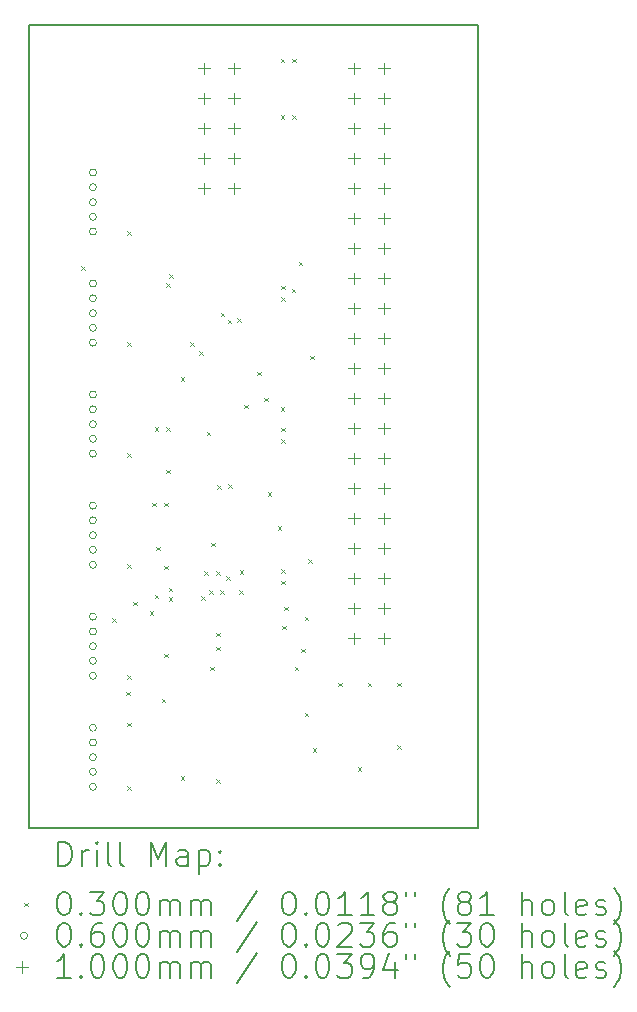
<source format=gbr>
%TF.GenerationSoftware,KiCad,Pcbnew,8.0.7*%
%TF.CreationDate,2025-01-18T12:10:52-08:00*%
%TF.ProjectId,plex-loader,706c6578-2d6c-46f6-9164-65722e6b6963,rev?*%
%TF.SameCoordinates,Original*%
%TF.FileFunction,Drillmap*%
%TF.FilePolarity,Positive*%
%FSLAX45Y45*%
G04 Gerber Fmt 4.5, Leading zero omitted, Abs format (unit mm)*
G04 Created by KiCad (PCBNEW 8.0.7) date 2025-01-18 12:10:52*
%MOMM*%
%LPD*%
G01*
G04 APERTURE LIST*
%ADD10C,0.200000*%
%ADD11C,0.100000*%
G04 APERTURE END LIST*
D10*
X5000000Y-5000000D02*
X8805040Y-5000000D01*
X8805040Y-11797540D01*
X5000000Y-11797540D01*
X5000000Y-5000000D01*
D11*
X5445000Y-7045000D02*
X5475000Y-7075000D01*
X5475000Y-7045000D02*
X5445000Y-7075000D01*
X5705000Y-10025000D02*
X5735000Y-10055000D01*
X5735000Y-10025000D02*
X5705000Y-10055000D01*
X5825000Y-10645000D02*
X5855000Y-10675000D01*
X5855000Y-10645000D02*
X5825000Y-10675000D01*
X5835000Y-6747375D02*
X5865000Y-6777375D01*
X5865000Y-6747375D02*
X5835000Y-6777375D01*
X5835000Y-7687375D02*
X5865000Y-7717375D01*
X5865000Y-7687375D02*
X5835000Y-7717375D01*
X5835000Y-8627375D02*
X5865000Y-8657375D01*
X5865000Y-8627375D02*
X5835000Y-8657375D01*
X5835000Y-9567375D02*
X5865000Y-9597375D01*
X5865000Y-9567375D02*
X5835000Y-9597375D01*
X5835000Y-10507375D02*
X5865000Y-10537375D01*
X5865000Y-10507375D02*
X5835000Y-10537375D01*
X5835000Y-10909875D02*
X5865000Y-10939875D01*
X5865000Y-10909875D02*
X5835000Y-10939875D01*
X5835000Y-11447375D02*
X5865000Y-11477375D01*
X5865000Y-11447375D02*
X5835000Y-11477375D01*
X5885585Y-9883428D02*
X5915585Y-9913428D01*
X5915585Y-9883428D02*
X5885585Y-9913428D01*
X6025000Y-9965000D02*
X6055000Y-9995000D01*
X6055000Y-9965000D02*
X6025000Y-9995000D01*
X6045000Y-9045000D02*
X6075000Y-9075000D01*
X6075000Y-9045000D02*
X6045000Y-9075000D01*
X6065000Y-8405000D02*
X6095000Y-8435000D01*
X6095000Y-8405000D02*
X6065000Y-8435000D01*
X6065000Y-9823428D02*
X6095000Y-9853428D01*
X6095000Y-9823428D02*
X6065000Y-9853428D01*
X6079309Y-9419309D02*
X6109309Y-9449309D01*
X6109309Y-9419309D02*
X6079309Y-9449309D01*
X6125000Y-10705000D02*
X6155000Y-10735000D01*
X6155000Y-10705000D02*
X6125000Y-10735000D01*
X6145000Y-9045000D02*
X6175000Y-9075000D01*
X6175000Y-9045000D02*
X6145000Y-9075000D01*
X6145000Y-9579893D02*
X6175000Y-9609893D01*
X6175000Y-9579893D02*
X6145000Y-9609893D01*
X6145000Y-10325000D02*
X6175000Y-10355000D01*
X6175000Y-10325000D02*
X6145000Y-10355000D01*
X6165000Y-7185000D02*
X6195000Y-7215000D01*
X6195000Y-7185000D02*
X6165000Y-7215000D01*
X6165000Y-8405000D02*
X6195000Y-8435000D01*
X6195000Y-8405000D02*
X6165000Y-8435000D01*
X6165000Y-8765000D02*
X6195000Y-8795000D01*
X6195000Y-8765000D02*
X6165000Y-8795000D01*
X6185000Y-9765000D02*
X6215000Y-9795000D01*
X6215000Y-9765000D02*
X6185000Y-9795000D01*
X6185000Y-9845000D02*
X6215000Y-9875000D01*
X6215000Y-9845000D02*
X6185000Y-9875000D01*
X6190298Y-7109105D02*
X6220298Y-7139105D01*
X6220298Y-7109105D02*
X6190298Y-7139105D01*
X6285000Y-7985000D02*
X6315000Y-8015000D01*
X6315000Y-7985000D02*
X6285000Y-8015000D01*
X6288500Y-11362500D02*
X6318500Y-11392500D01*
X6318500Y-11362500D02*
X6288500Y-11392500D01*
X6365000Y-7685000D02*
X6395000Y-7715000D01*
X6395000Y-7685000D02*
X6365000Y-7715000D01*
X6445000Y-7765000D02*
X6475000Y-7795000D01*
X6475000Y-7765000D02*
X6445000Y-7795000D01*
X6459748Y-9837500D02*
X6489748Y-9867500D01*
X6489748Y-9837500D02*
X6459748Y-9867500D01*
X6485000Y-9625000D02*
X6515000Y-9655000D01*
X6515000Y-9625000D02*
X6485000Y-9655000D01*
X6505000Y-8445000D02*
X6535000Y-8475000D01*
X6535000Y-8445000D02*
X6505000Y-8475000D01*
X6527000Y-9785000D02*
X6557000Y-9815000D01*
X6557000Y-9785000D02*
X6527000Y-9815000D01*
X6535000Y-10435000D02*
X6565000Y-10465000D01*
X6565000Y-10435000D02*
X6535000Y-10465000D01*
X6545000Y-9385000D02*
X6575000Y-9415000D01*
X6575000Y-9385000D02*
X6545000Y-9415000D01*
X6585000Y-9625000D02*
X6615000Y-9655000D01*
X6615000Y-9625000D02*
X6585000Y-9655000D01*
X6585000Y-10145000D02*
X6615000Y-10175000D01*
X6615000Y-10145000D02*
X6585000Y-10175000D01*
X6585000Y-10265000D02*
X6615000Y-10295000D01*
X6615000Y-10265000D02*
X6585000Y-10295000D01*
X6588500Y-11385000D02*
X6618500Y-11415000D01*
X6618500Y-11385000D02*
X6588500Y-11415000D01*
X6597353Y-8897500D02*
X6627353Y-8927500D01*
X6627353Y-8897500D02*
X6597353Y-8927500D01*
X6623000Y-9785000D02*
X6653000Y-9815000D01*
X6653000Y-9785000D02*
X6623000Y-9815000D01*
X6624794Y-7437500D02*
X6654794Y-7467500D01*
X6654794Y-7437500D02*
X6624794Y-7467500D01*
X6673100Y-9668247D02*
X6703100Y-9698247D01*
X6703100Y-9668247D02*
X6673100Y-9698247D01*
X6685000Y-7497500D02*
X6715000Y-7527500D01*
X6715000Y-7497500D02*
X6685000Y-7527500D01*
X6689853Y-8889853D02*
X6719853Y-8919853D01*
X6719853Y-8889853D02*
X6689853Y-8919853D01*
X6765000Y-7485000D02*
X6795000Y-7515000D01*
X6795000Y-7485000D02*
X6765000Y-7515000D01*
X6782500Y-9785000D02*
X6812500Y-9815000D01*
X6812500Y-9785000D02*
X6782500Y-9815000D01*
X6785000Y-9619088D02*
X6815000Y-9649088D01*
X6815000Y-9619088D02*
X6785000Y-9649088D01*
X6825000Y-8217426D02*
X6855000Y-8247426D01*
X6855000Y-8217426D02*
X6825000Y-8247426D01*
X6935000Y-7935000D02*
X6965000Y-7965000D01*
X6965000Y-7935000D02*
X6935000Y-7965000D01*
X6995000Y-8157927D02*
X7025000Y-8187927D01*
X7025000Y-8157927D02*
X6995000Y-8187927D01*
X7022220Y-8957500D02*
X7052220Y-8987500D01*
X7052220Y-8957500D02*
X7022220Y-8987500D01*
X7107073Y-9245000D02*
X7137073Y-9275000D01*
X7137073Y-9245000D02*
X7107073Y-9275000D01*
X7135000Y-5285000D02*
X7165000Y-5315000D01*
X7165000Y-5285000D02*
X7135000Y-5315000D01*
X7135000Y-5765000D02*
X7165000Y-5795000D01*
X7165000Y-5765000D02*
X7135000Y-5795000D01*
X7135000Y-8235000D02*
X7165000Y-8265000D01*
X7165000Y-8235000D02*
X7135000Y-8265000D01*
X7139720Y-7209500D02*
X7169720Y-7239500D01*
X7169720Y-7209500D02*
X7139720Y-7239500D01*
X7139720Y-7305500D02*
X7169720Y-7335500D01*
X7169720Y-7305500D02*
X7139720Y-7335500D01*
X7139720Y-8411630D02*
X7169720Y-8441630D01*
X7169720Y-8411630D02*
X7139720Y-8441630D01*
X7139720Y-8507630D02*
X7169720Y-8537630D01*
X7169720Y-8507630D02*
X7139720Y-8537630D01*
X7139720Y-9609500D02*
X7169720Y-9639500D01*
X7169720Y-9609500D02*
X7139720Y-9639500D01*
X7139720Y-9705500D02*
X7169720Y-9735500D01*
X7169720Y-9705500D02*
X7139720Y-9735500D01*
X7145000Y-10085000D02*
X7175000Y-10115000D01*
X7175000Y-10085000D02*
X7145000Y-10115000D01*
X7165000Y-9925000D02*
X7195000Y-9955000D01*
X7195000Y-9925000D02*
X7165000Y-9955000D01*
X7225000Y-7235000D02*
X7255000Y-7265000D01*
X7255000Y-7235000D02*
X7225000Y-7265000D01*
X7229996Y-5285000D02*
X7259996Y-5315000D01*
X7259996Y-5285000D02*
X7229996Y-5315000D01*
X7229996Y-5765000D02*
X7259996Y-5795000D01*
X7259996Y-5765000D02*
X7229996Y-5795000D01*
X7250147Y-10435000D02*
X7280147Y-10465000D01*
X7280147Y-10435000D02*
X7250147Y-10465000D01*
X7285000Y-7005000D02*
X7315000Y-7035000D01*
X7315000Y-7005000D02*
X7285000Y-7035000D01*
X7305000Y-10280147D02*
X7335000Y-10310147D01*
X7335000Y-10280147D02*
X7305000Y-10310147D01*
X7335000Y-10012500D02*
X7365000Y-10042500D01*
X7365000Y-10012500D02*
X7335000Y-10042500D01*
X7335000Y-10822500D02*
X7365000Y-10852500D01*
X7365000Y-10822500D02*
X7335000Y-10852500D01*
X7365000Y-9525000D02*
X7395000Y-9555000D01*
X7395000Y-9525000D02*
X7365000Y-9555000D01*
X7385000Y-7800000D02*
X7415000Y-7830000D01*
X7415000Y-7800000D02*
X7385000Y-7830000D01*
X7405000Y-11125000D02*
X7435000Y-11155000D01*
X7435000Y-11125000D02*
X7405000Y-11155000D01*
X7618150Y-10570000D02*
X7648150Y-10600000D01*
X7648150Y-10570000D02*
X7618150Y-10600000D01*
X7785000Y-11285000D02*
X7815000Y-11315000D01*
X7815000Y-11285000D02*
X7785000Y-11315000D01*
X7868150Y-10570000D02*
X7898150Y-10600000D01*
X7898150Y-10570000D02*
X7868150Y-10600000D01*
X8118150Y-10570000D02*
X8148150Y-10600000D01*
X8148150Y-10570000D02*
X8118150Y-10600000D01*
X8118150Y-11098250D02*
X8148150Y-11128250D01*
X8148150Y-11098250D02*
X8118150Y-11128250D01*
X5573250Y-6250000D02*
G75*
G02*
X5513250Y-6250000I-30000J0D01*
G01*
X5513250Y-6250000D02*
G75*
G02*
X5573250Y-6250000I30000J0D01*
G01*
X5573250Y-6375000D02*
G75*
G02*
X5513250Y-6375000I-30000J0D01*
G01*
X5513250Y-6375000D02*
G75*
G02*
X5573250Y-6375000I30000J0D01*
G01*
X5573250Y-6500000D02*
G75*
G02*
X5513250Y-6500000I-30000J0D01*
G01*
X5513250Y-6500000D02*
G75*
G02*
X5573250Y-6500000I30000J0D01*
G01*
X5573250Y-6625000D02*
G75*
G02*
X5513250Y-6625000I-30000J0D01*
G01*
X5513250Y-6625000D02*
G75*
G02*
X5573250Y-6625000I30000J0D01*
G01*
X5573250Y-6750000D02*
G75*
G02*
X5513250Y-6750000I-30000J0D01*
G01*
X5513250Y-6750000D02*
G75*
G02*
X5573250Y-6750000I30000J0D01*
G01*
X5573250Y-7190000D02*
G75*
G02*
X5513250Y-7190000I-30000J0D01*
G01*
X5513250Y-7190000D02*
G75*
G02*
X5573250Y-7190000I30000J0D01*
G01*
X5573250Y-7315000D02*
G75*
G02*
X5513250Y-7315000I-30000J0D01*
G01*
X5513250Y-7315000D02*
G75*
G02*
X5573250Y-7315000I30000J0D01*
G01*
X5573250Y-7440000D02*
G75*
G02*
X5513250Y-7440000I-30000J0D01*
G01*
X5513250Y-7440000D02*
G75*
G02*
X5573250Y-7440000I30000J0D01*
G01*
X5573250Y-7565000D02*
G75*
G02*
X5513250Y-7565000I-30000J0D01*
G01*
X5513250Y-7565000D02*
G75*
G02*
X5573250Y-7565000I30000J0D01*
G01*
X5573250Y-7690000D02*
G75*
G02*
X5513250Y-7690000I-30000J0D01*
G01*
X5513250Y-7690000D02*
G75*
G02*
X5573250Y-7690000I30000J0D01*
G01*
X5573250Y-8130000D02*
G75*
G02*
X5513250Y-8130000I-30000J0D01*
G01*
X5513250Y-8130000D02*
G75*
G02*
X5573250Y-8130000I30000J0D01*
G01*
X5573250Y-8255000D02*
G75*
G02*
X5513250Y-8255000I-30000J0D01*
G01*
X5513250Y-8255000D02*
G75*
G02*
X5573250Y-8255000I30000J0D01*
G01*
X5573250Y-8380000D02*
G75*
G02*
X5513250Y-8380000I-30000J0D01*
G01*
X5513250Y-8380000D02*
G75*
G02*
X5573250Y-8380000I30000J0D01*
G01*
X5573250Y-8505000D02*
G75*
G02*
X5513250Y-8505000I-30000J0D01*
G01*
X5513250Y-8505000D02*
G75*
G02*
X5573250Y-8505000I30000J0D01*
G01*
X5573250Y-8630000D02*
G75*
G02*
X5513250Y-8630000I-30000J0D01*
G01*
X5513250Y-8630000D02*
G75*
G02*
X5573250Y-8630000I30000J0D01*
G01*
X5573250Y-9070000D02*
G75*
G02*
X5513250Y-9070000I-30000J0D01*
G01*
X5513250Y-9070000D02*
G75*
G02*
X5573250Y-9070000I30000J0D01*
G01*
X5573250Y-9195000D02*
G75*
G02*
X5513250Y-9195000I-30000J0D01*
G01*
X5513250Y-9195000D02*
G75*
G02*
X5573250Y-9195000I30000J0D01*
G01*
X5573250Y-9320000D02*
G75*
G02*
X5513250Y-9320000I-30000J0D01*
G01*
X5513250Y-9320000D02*
G75*
G02*
X5573250Y-9320000I30000J0D01*
G01*
X5573250Y-9445000D02*
G75*
G02*
X5513250Y-9445000I-30000J0D01*
G01*
X5513250Y-9445000D02*
G75*
G02*
X5573250Y-9445000I30000J0D01*
G01*
X5573250Y-9570000D02*
G75*
G02*
X5513250Y-9570000I-30000J0D01*
G01*
X5513250Y-9570000D02*
G75*
G02*
X5573250Y-9570000I30000J0D01*
G01*
X5573250Y-10010000D02*
G75*
G02*
X5513250Y-10010000I-30000J0D01*
G01*
X5513250Y-10010000D02*
G75*
G02*
X5573250Y-10010000I30000J0D01*
G01*
X5573250Y-10135000D02*
G75*
G02*
X5513250Y-10135000I-30000J0D01*
G01*
X5513250Y-10135000D02*
G75*
G02*
X5573250Y-10135000I30000J0D01*
G01*
X5573250Y-10260000D02*
G75*
G02*
X5513250Y-10260000I-30000J0D01*
G01*
X5513250Y-10260000D02*
G75*
G02*
X5573250Y-10260000I30000J0D01*
G01*
X5573250Y-10385000D02*
G75*
G02*
X5513250Y-10385000I-30000J0D01*
G01*
X5513250Y-10385000D02*
G75*
G02*
X5573250Y-10385000I30000J0D01*
G01*
X5573250Y-10510000D02*
G75*
G02*
X5513250Y-10510000I-30000J0D01*
G01*
X5513250Y-10510000D02*
G75*
G02*
X5573250Y-10510000I30000J0D01*
G01*
X5573250Y-10950000D02*
G75*
G02*
X5513250Y-10950000I-30000J0D01*
G01*
X5513250Y-10950000D02*
G75*
G02*
X5573250Y-10950000I30000J0D01*
G01*
X5573250Y-11075000D02*
G75*
G02*
X5513250Y-11075000I-30000J0D01*
G01*
X5513250Y-11075000D02*
G75*
G02*
X5573250Y-11075000I30000J0D01*
G01*
X5573250Y-11200000D02*
G75*
G02*
X5513250Y-11200000I-30000J0D01*
G01*
X5513250Y-11200000D02*
G75*
G02*
X5573250Y-11200000I30000J0D01*
G01*
X5573250Y-11325000D02*
G75*
G02*
X5513250Y-11325000I-30000J0D01*
G01*
X5513250Y-11325000D02*
G75*
G02*
X5573250Y-11325000I30000J0D01*
G01*
X5573250Y-11450000D02*
G75*
G02*
X5513250Y-11450000I-30000J0D01*
G01*
X5513250Y-11450000D02*
G75*
G02*
X5573250Y-11450000I30000J0D01*
G01*
X6485900Y-5318300D02*
X6485900Y-5418300D01*
X6435900Y-5368300D02*
X6535900Y-5368300D01*
X6485900Y-5572300D02*
X6485900Y-5672300D01*
X6435900Y-5622300D02*
X6535900Y-5622300D01*
X6485900Y-5826300D02*
X6485900Y-5926300D01*
X6435900Y-5876300D02*
X6535900Y-5876300D01*
X6485900Y-6080300D02*
X6485900Y-6180300D01*
X6435900Y-6130300D02*
X6535900Y-6130300D01*
X6485900Y-6334300D02*
X6485900Y-6434300D01*
X6435900Y-6384300D02*
X6535900Y-6384300D01*
X6739900Y-5318300D02*
X6739900Y-5418300D01*
X6689900Y-5368300D02*
X6789900Y-5368300D01*
X6739900Y-5572300D02*
X6739900Y-5672300D01*
X6689900Y-5622300D02*
X6789900Y-5622300D01*
X6739900Y-5826300D02*
X6739900Y-5926300D01*
X6689900Y-5876300D02*
X6789900Y-5876300D01*
X6739900Y-6080300D02*
X6739900Y-6180300D01*
X6689900Y-6130300D02*
X6789900Y-6130300D01*
X6739900Y-6334300D02*
X6739900Y-6434300D01*
X6689900Y-6384300D02*
X6789900Y-6384300D01*
X7755900Y-5318300D02*
X7755900Y-5418300D01*
X7705900Y-5368300D02*
X7805900Y-5368300D01*
X7755900Y-5572300D02*
X7755900Y-5672300D01*
X7705900Y-5622300D02*
X7805900Y-5622300D01*
X7755900Y-5826300D02*
X7755900Y-5926300D01*
X7705900Y-5876300D02*
X7805900Y-5876300D01*
X7755900Y-6080300D02*
X7755900Y-6180300D01*
X7705900Y-6130300D02*
X7805900Y-6130300D01*
X7755900Y-6334300D02*
X7755900Y-6434300D01*
X7705900Y-6384300D02*
X7805900Y-6384300D01*
X7755900Y-6588300D02*
X7755900Y-6688300D01*
X7705900Y-6638300D02*
X7805900Y-6638300D01*
X7755900Y-6842300D02*
X7755900Y-6942300D01*
X7705900Y-6892300D02*
X7805900Y-6892300D01*
X7755900Y-7096300D02*
X7755900Y-7196300D01*
X7705900Y-7146300D02*
X7805900Y-7146300D01*
X7755900Y-7350300D02*
X7755900Y-7450300D01*
X7705900Y-7400300D02*
X7805900Y-7400300D01*
X7755900Y-7604300D02*
X7755900Y-7704300D01*
X7705900Y-7654300D02*
X7805900Y-7654300D01*
X7755900Y-7858300D02*
X7755900Y-7958300D01*
X7705900Y-7908300D02*
X7805900Y-7908300D01*
X7755900Y-8112300D02*
X7755900Y-8212300D01*
X7705900Y-8162300D02*
X7805900Y-8162300D01*
X7755900Y-8366300D02*
X7755900Y-8466300D01*
X7705900Y-8416300D02*
X7805900Y-8416300D01*
X7755900Y-8620300D02*
X7755900Y-8720300D01*
X7705900Y-8670300D02*
X7805900Y-8670300D01*
X7755900Y-8874300D02*
X7755900Y-8974300D01*
X7705900Y-8924300D02*
X7805900Y-8924300D01*
X7755900Y-9128300D02*
X7755900Y-9228300D01*
X7705900Y-9178300D02*
X7805900Y-9178300D01*
X7755900Y-9382300D02*
X7755900Y-9482300D01*
X7705900Y-9432300D02*
X7805900Y-9432300D01*
X7755900Y-9636300D02*
X7755900Y-9736300D01*
X7705900Y-9686300D02*
X7805900Y-9686300D01*
X7755900Y-9890300D02*
X7755900Y-9990300D01*
X7705900Y-9940300D02*
X7805900Y-9940300D01*
X7755900Y-10144300D02*
X7755900Y-10244300D01*
X7705900Y-10194300D02*
X7805900Y-10194300D01*
X8009900Y-5318300D02*
X8009900Y-5418300D01*
X7959900Y-5368300D02*
X8059900Y-5368300D01*
X8009900Y-5572300D02*
X8009900Y-5672300D01*
X7959900Y-5622300D02*
X8059900Y-5622300D01*
X8009900Y-5826300D02*
X8009900Y-5926300D01*
X7959900Y-5876300D02*
X8059900Y-5876300D01*
X8009900Y-6080300D02*
X8009900Y-6180300D01*
X7959900Y-6130300D02*
X8059900Y-6130300D01*
X8009900Y-6334300D02*
X8009900Y-6434300D01*
X7959900Y-6384300D02*
X8059900Y-6384300D01*
X8009900Y-6588300D02*
X8009900Y-6688300D01*
X7959900Y-6638300D02*
X8059900Y-6638300D01*
X8009900Y-6842300D02*
X8009900Y-6942300D01*
X7959900Y-6892300D02*
X8059900Y-6892300D01*
X8009900Y-7096300D02*
X8009900Y-7196300D01*
X7959900Y-7146300D02*
X8059900Y-7146300D01*
X8009900Y-7350300D02*
X8009900Y-7450300D01*
X7959900Y-7400300D02*
X8059900Y-7400300D01*
X8009900Y-7604300D02*
X8009900Y-7704300D01*
X7959900Y-7654300D02*
X8059900Y-7654300D01*
X8009900Y-7858300D02*
X8009900Y-7958300D01*
X7959900Y-7908300D02*
X8059900Y-7908300D01*
X8009900Y-8112300D02*
X8009900Y-8212300D01*
X7959900Y-8162300D02*
X8059900Y-8162300D01*
X8009900Y-8366300D02*
X8009900Y-8466300D01*
X7959900Y-8416300D02*
X8059900Y-8416300D01*
X8009900Y-8620300D02*
X8009900Y-8720300D01*
X7959900Y-8670300D02*
X8059900Y-8670300D01*
X8009900Y-8874300D02*
X8009900Y-8974300D01*
X7959900Y-8924300D02*
X8059900Y-8924300D01*
X8009900Y-9128300D02*
X8009900Y-9228300D01*
X7959900Y-9178300D02*
X8059900Y-9178300D01*
X8009900Y-9382300D02*
X8009900Y-9482300D01*
X7959900Y-9432300D02*
X8059900Y-9432300D01*
X8009900Y-9636300D02*
X8009900Y-9736300D01*
X7959900Y-9686300D02*
X8059900Y-9686300D01*
X8009900Y-9890300D02*
X8009900Y-9990300D01*
X7959900Y-9940300D02*
X8059900Y-9940300D01*
X8009900Y-10144300D02*
X8009900Y-10244300D01*
X7959900Y-10194300D02*
X8059900Y-10194300D01*
D10*
X5250777Y-12119024D02*
X5250777Y-11919024D01*
X5250777Y-11919024D02*
X5298396Y-11919024D01*
X5298396Y-11919024D02*
X5326967Y-11928548D01*
X5326967Y-11928548D02*
X5346015Y-11947595D01*
X5346015Y-11947595D02*
X5355539Y-11966643D01*
X5355539Y-11966643D02*
X5365063Y-12004738D01*
X5365063Y-12004738D02*
X5365063Y-12033309D01*
X5365063Y-12033309D02*
X5355539Y-12071405D01*
X5355539Y-12071405D02*
X5346015Y-12090452D01*
X5346015Y-12090452D02*
X5326967Y-12109500D01*
X5326967Y-12109500D02*
X5298396Y-12119024D01*
X5298396Y-12119024D02*
X5250777Y-12119024D01*
X5450777Y-12119024D02*
X5450777Y-11985690D01*
X5450777Y-12023786D02*
X5460301Y-12004738D01*
X5460301Y-12004738D02*
X5469824Y-11995214D01*
X5469824Y-11995214D02*
X5488872Y-11985690D01*
X5488872Y-11985690D02*
X5507920Y-11985690D01*
X5574586Y-12119024D02*
X5574586Y-11985690D01*
X5574586Y-11919024D02*
X5565063Y-11928548D01*
X5565063Y-11928548D02*
X5574586Y-11938071D01*
X5574586Y-11938071D02*
X5584110Y-11928548D01*
X5584110Y-11928548D02*
X5574586Y-11919024D01*
X5574586Y-11919024D02*
X5574586Y-11938071D01*
X5698396Y-12119024D02*
X5679348Y-12109500D01*
X5679348Y-12109500D02*
X5669824Y-12090452D01*
X5669824Y-12090452D02*
X5669824Y-11919024D01*
X5803158Y-12119024D02*
X5784110Y-12109500D01*
X5784110Y-12109500D02*
X5774586Y-12090452D01*
X5774586Y-12090452D02*
X5774586Y-11919024D01*
X6031729Y-12119024D02*
X6031729Y-11919024D01*
X6031729Y-11919024D02*
X6098396Y-12061881D01*
X6098396Y-12061881D02*
X6165062Y-11919024D01*
X6165062Y-11919024D02*
X6165062Y-12119024D01*
X6346015Y-12119024D02*
X6346015Y-12014262D01*
X6346015Y-12014262D02*
X6336491Y-11995214D01*
X6336491Y-11995214D02*
X6317443Y-11985690D01*
X6317443Y-11985690D02*
X6279348Y-11985690D01*
X6279348Y-11985690D02*
X6260301Y-11995214D01*
X6346015Y-12109500D02*
X6326967Y-12119024D01*
X6326967Y-12119024D02*
X6279348Y-12119024D01*
X6279348Y-12119024D02*
X6260301Y-12109500D01*
X6260301Y-12109500D02*
X6250777Y-12090452D01*
X6250777Y-12090452D02*
X6250777Y-12071405D01*
X6250777Y-12071405D02*
X6260301Y-12052357D01*
X6260301Y-12052357D02*
X6279348Y-12042833D01*
X6279348Y-12042833D02*
X6326967Y-12042833D01*
X6326967Y-12042833D02*
X6346015Y-12033309D01*
X6441253Y-11985690D02*
X6441253Y-12185690D01*
X6441253Y-11995214D02*
X6460301Y-11985690D01*
X6460301Y-11985690D02*
X6498396Y-11985690D01*
X6498396Y-11985690D02*
X6517443Y-11995214D01*
X6517443Y-11995214D02*
X6526967Y-12004738D01*
X6526967Y-12004738D02*
X6536491Y-12023786D01*
X6536491Y-12023786D02*
X6536491Y-12080928D01*
X6536491Y-12080928D02*
X6526967Y-12099976D01*
X6526967Y-12099976D02*
X6517443Y-12109500D01*
X6517443Y-12109500D02*
X6498396Y-12119024D01*
X6498396Y-12119024D02*
X6460301Y-12119024D01*
X6460301Y-12119024D02*
X6441253Y-12109500D01*
X6622205Y-12099976D02*
X6631729Y-12109500D01*
X6631729Y-12109500D02*
X6622205Y-12119024D01*
X6622205Y-12119024D02*
X6612682Y-12109500D01*
X6612682Y-12109500D02*
X6622205Y-12099976D01*
X6622205Y-12099976D02*
X6622205Y-12119024D01*
X6622205Y-11995214D02*
X6631729Y-12004738D01*
X6631729Y-12004738D02*
X6622205Y-12014262D01*
X6622205Y-12014262D02*
X6612682Y-12004738D01*
X6612682Y-12004738D02*
X6622205Y-11995214D01*
X6622205Y-11995214D02*
X6622205Y-12014262D01*
D11*
X4960000Y-12432540D02*
X4990000Y-12462540D01*
X4990000Y-12432540D02*
X4960000Y-12462540D01*
D10*
X5288872Y-12339024D02*
X5307920Y-12339024D01*
X5307920Y-12339024D02*
X5326967Y-12348548D01*
X5326967Y-12348548D02*
X5336491Y-12358071D01*
X5336491Y-12358071D02*
X5346015Y-12377119D01*
X5346015Y-12377119D02*
X5355539Y-12415214D01*
X5355539Y-12415214D02*
X5355539Y-12462833D01*
X5355539Y-12462833D02*
X5346015Y-12500928D01*
X5346015Y-12500928D02*
X5336491Y-12519976D01*
X5336491Y-12519976D02*
X5326967Y-12529500D01*
X5326967Y-12529500D02*
X5307920Y-12539024D01*
X5307920Y-12539024D02*
X5288872Y-12539024D01*
X5288872Y-12539024D02*
X5269824Y-12529500D01*
X5269824Y-12529500D02*
X5260301Y-12519976D01*
X5260301Y-12519976D02*
X5250777Y-12500928D01*
X5250777Y-12500928D02*
X5241253Y-12462833D01*
X5241253Y-12462833D02*
X5241253Y-12415214D01*
X5241253Y-12415214D02*
X5250777Y-12377119D01*
X5250777Y-12377119D02*
X5260301Y-12358071D01*
X5260301Y-12358071D02*
X5269824Y-12348548D01*
X5269824Y-12348548D02*
X5288872Y-12339024D01*
X5441253Y-12519976D02*
X5450777Y-12529500D01*
X5450777Y-12529500D02*
X5441253Y-12539024D01*
X5441253Y-12539024D02*
X5431729Y-12529500D01*
X5431729Y-12529500D02*
X5441253Y-12519976D01*
X5441253Y-12519976D02*
X5441253Y-12539024D01*
X5517444Y-12339024D02*
X5641253Y-12339024D01*
X5641253Y-12339024D02*
X5574586Y-12415214D01*
X5574586Y-12415214D02*
X5603158Y-12415214D01*
X5603158Y-12415214D02*
X5622205Y-12424738D01*
X5622205Y-12424738D02*
X5631729Y-12434262D01*
X5631729Y-12434262D02*
X5641253Y-12453309D01*
X5641253Y-12453309D02*
X5641253Y-12500928D01*
X5641253Y-12500928D02*
X5631729Y-12519976D01*
X5631729Y-12519976D02*
X5622205Y-12529500D01*
X5622205Y-12529500D02*
X5603158Y-12539024D01*
X5603158Y-12539024D02*
X5546015Y-12539024D01*
X5546015Y-12539024D02*
X5526967Y-12529500D01*
X5526967Y-12529500D02*
X5517444Y-12519976D01*
X5765062Y-12339024D02*
X5784110Y-12339024D01*
X5784110Y-12339024D02*
X5803158Y-12348548D01*
X5803158Y-12348548D02*
X5812682Y-12358071D01*
X5812682Y-12358071D02*
X5822205Y-12377119D01*
X5822205Y-12377119D02*
X5831729Y-12415214D01*
X5831729Y-12415214D02*
X5831729Y-12462833D01*
X5831729Y-12462833D02*
X5822205Y-12500928D01*
X5822205Y-12500928D02*
X5812682Y-12519976D01*
X5812682Y-12519976D02*
X5803158Y-12529500D01*
X5803158Y-12529500D02*
X5784110Y-12539024D01*
X5784110Y-12539024D02*
X5765062Y-12539024D01*
X5765062Y-12539024D02*
X5746015Y-12529500D01*
X5746015Y-12529500D02*
X5736491Y-12519976D01*
X5736491Y-12519976D02*
X5726967Y-12500928D01*
X5726967Y-12500928D02*
X5717443Y-12462833D01*
X5717443Y-12462833D02*
X5717443Y-12415214D01*
X5717443Y-12415214D02*
X5726967Y-12377119D01*
X5726967Y-12377119D02*
X5736491Y-12358071D01*
X5736491Y-12358071D02*
X5746015Y-12348548D01*
X5746015Y-12348548D02*
X5765062Y-12339024D01*
X5955539Y-12339024D02*
X5974586Y-12339024D01*
X5974586Y-12339024D02*
X5993634Y-12348548D01*
X5993634Y-12348548D02*
X6003158Y-12358071D01*
X6003158Y-12358071D02*
X6012682Y-12377119D01*
X6012682Y-12377119D02*
X6022205Y-12415214D01*
X6022205Y-12415214D02*
X6022205Y-12462833D01*
X6022205Y-12462833D02*
X6012682Y-12500928D01*
X6012682Y-12500928D02*
X6003158Y-12519976D01*
X6003158Y-12519976D02*
X5993634Y-12529500D01*
X5993634Y-12529500D02*
X5974586Y-12539024D01*
X5974586Y-12539024D02*
X5955539Y-12539024D01*
X5955539Y-12539024D02*
X5936491Y-12529500D01*
X5936491Y-12529500D02*
X5926967Y-12519976D01*
X5926967Y-12519976D02*
X5917443Y-12500928D01*
X5917443Y-12500928D02*
X5907920Y-12462833D01*
X5907920Y-12462833D02*
X5907920Y-12415214D01*
X5907920Y-12415214D02*
X5917443Y-12377119D01*
X5917443Y-12377119D02*
X5926967Y-12358071D01*
X5926967Y-12358071D02*
X5936491Y-12348548D01*
X5936491Y-12348548D02*
X5955539Y-12339024D01*
X6107920Y-12539024D02*
X6107920Y-12405690D01*
X6107920Y-12424738D02*
X6117443Y-12415214D01*
X6117443Y-12415214D02*
X6136491Y-12405690D01*
X6136491Y-12405690D02*
X6165063Y-12405690D01*
X6165063Y-12405690D02*
X6184110Y-12415214D01*
X6184110Y-12415214D02*
X6193634Y-12434262D01*
X6193634Y-12434262D02*
X6193634Y-12539024D01*
X6193634Y-12434262D02*
X6203158Y-12415214D01*
X6203158Y-12415214D02*
X6222205Y-12405690D01*
X6222205Y-12405690D02*
X6250777Y-12405690D01*
X6250777Y-12405690D02*
X6269824Y-12415214D01*
X6269824Y-12415214D02*
X6279348Y-12434262D01*
X6279348Y-12434262D02*
X6279348Y-12539024D01*
X6374586Y-12539024D02*
X6374586Y-12405690D01*
X6374586Y-12424738D02*
X6384110Y-12415214D01*
X6384110Y-12415214D02*
X6403158Y-12405690D01*
X6403158Y-12405690D02*
X6431729Y-12405690D01*
X6431729Y-12405690D02*
X6450777Y-12415214D01*
X6450777Y-12415214D02*
X6460301Y-12434262D01*
X6460301Y-12434262D02*
X6460301Y-12539024D01*
X6460301Y-12434262D02*
X6469824Y-12415214D01*
X6469824Y-12415214D02*
X6488872Y-12405690D01*
X6488872Y-12405690D02*
X6517443Y-12405690D01*
X6517443Y-12405690D02*
X6536491Y-12415214D01*
X6536491Y-12415214D02*
X6546015Y-12434262D01*
X6546015Y-12434262D02*
X6546015Y-12539024D01*
X6936491Y-12329500D02*
X6765063Y-12586643D01*
X7193634Y-12339024D02*
X7212682Y-12339024D01*
X7212682Y-12339024D02*
X7231729Y-12348548D01*
X7231729Y-12348548D02*
X7241253Y-12358071D01*
X7241253Y-12358071D02*
X7250777Y-12377119D01*
X7250777Y-12377119D02*
X7260301Y-12415214D01*
X7260301Y-12415214D02*
X7260301Y-12462833D01*
X7260301Y-12462833D02*
X7250777Y-12500928D01*
X7250777Y-12500928D02*
X7241253Y-12519976D01*
X7241253Y-12519976D02*
X7231729Y-12529500D01*
X7231729Y-12529500D02*
X7212682Y-12539024D01*
X7212682Y-12539024D02*
X7193634Y-12539024D01*
X7193634Y-12539024D02*
X7174586Y-12529500D01*
X7174586Y-12529500D02*
X7165063Y-12519976D01*
X7165063Y-12519976D02*
X7155539Y-12500928D01*
X7155539Y-12500928D02*
X7146015Y-12462833D01*
X7146015Y-12462833D02*
X7146015Y-12415214D01*
X7146015Y-12415214D02*
X7155539Y-12377119D01*
X7155539Y-12377119D02*
X7165063Y-12358071D01*
X7165063Y-12358071D02*
X7174586Y-12348548D01*
X7174586Y-12348548D02*
X7193634Y-12339024D01*
X7346015Y-12519976D02*
X7355539Y-12529500D01*
X7355539Y-12529500D02*
X7346015Y-12539024D01*
X7346015Y-12539024D02*
X7336491Y-12529500D01*
X7336491Y-12529500D02*
X7346015Y-12519976D01*
X7346015Y-12519976D02*
X7346015Y-12539024D01*
X7479348Y-12339024D02*
X7498396Y-12339024D01*
X7498396Y-12339024D02*
X7517444Y-12348548D01*
X7517444Y-12348548D02*
X7526967Y-12358071D01*
X7526967Y-12358071D02*
X7536491Y-12377119D01*
X7536491Y-12377119D02*
X7546015Y-12415214D01*
X7546015Y-12415214D02*
X7546015Y-12462833D01*
X7546015Y-12462833D02*
X7536491Y-12500928D01*
X7536491Y-12500928D02*
X7526967Y-12519976D01*
X7526967Y-12519976D02*
X7517444Y-12529500D01*
X7517444Y-12529500D02*
X7498396Y-12539024D01*
X7498396Y-12539024D02*
X7479348Y-12539024D01*
X7479348Y-12539024D02*
X7460301Y-12529500D01*
X7460301Y-12529500D02*
X7450777Y-12519976D01*
X7450777Y-12519976D02*
X7441253Y-12500928D01*
X7441253Y-12500928D02*
X7431729Y-12462833D01*
X7431729Y-12462833D02*
X7431729Y-12415214D01*
X7431729Y-12415214D02*
X7441253Y-12377119D01*
X7441253Y-12377119D02*
X7450777Y-12358071D01*
X7450777Y-12358071D02*
X7460301Y-12348548D01*
X7460301Y-12348548D02*
X7479348Y-12339024D01*
X7736491Y-12539024D02*
X7622206Y-12539024D01*
X7679348Y-12539024D02*
X7679348Y-12339024D01*
X7679348Y-12339024D02*
X7660301Y-12367595D01*
X7660301Y-12367595D02*
X7641253Y-12386643D01*
X7641253Y-12386643D02*
X7622206Y-12396167D01*
X7926967Y-12539024D02*
X7812682Y-12539024D01*
X7869825Y-12539024D02*
X7869825Y-12339024D01*
X7869825Y-12339024D02*
X7850777Y-12367595D01*
X7850777Y-12367595D02*
X7831729Y-12386643D01*
X7831729Y-12386643D02*
X7812682Y-12396167D01*
X8041253Y-12424738D02*
X8022206Y-12415214D01*
X8022206Y-12415214D02*
X8012682Y-12405690D01*
X8012682Y-12405690D02*
X8003158Y-12386643D01*
X8003158Y-12386643D02*
X8003158Y-12377119D01*
X8003158Y-12377119D02*
X8012682Y-12358071D01*
X8012682Y-12358071D02*
X8022206Y-12348548D01*
X8022206Y-12348548D02*
X8041253Y-12339024D01*
X8041253Y-12339024D02*
X8079348Y-12339024D01*
X8079348Y-12339024D02*
X8098396Y-12348548D01*
X8098396Y-12348548D02*
X8107920Y-12358071D01*
X8107920Y-12358071D02*
X8117444Y-12377119D01*
X8117444Y-12377119D02*
X8117444Y-12386643D01*
X8117444Y-12386643D02*
X8107920Y-12405690D01*
X8107920Y-12405690D02*
X8098396Y-12415214D01*
X8098396Y-12415214D02*
X8079348Y-12424738D01*
X8079348Y-12424738D02*
X8041253Y-12424738D01*
X8041253Y-12424738D02*
X8022206Y-12434262D01*
X8022206Y-12434262D02*
X8012682Y-12443786D01*
X8012682Y-12443786D02*
X8003158Y-12462833D01*
X8003158Y-12462833D02*
X8003158Y-12500928D01*
X8003158Y-12500928D02*
X8012682Y-12519976D01*
X8012682Y-12519976D02*
X8022206Y-12529500D01*
X8022206Y-12529500D02*
X8041253Y-12539024D01*
X8041253Y-12539024D02*
X8079348Y-12539024D01*
X8079348Y-12539024D02*
X8098396Y-12529500D01*
X8098396Y-12529500D02*
X8107920Y-12519976D01*
X8107920Y-12519976D02*
X8117444Y-12500928D01*
X8117444Y-12500928D02*
X8117444Y-12462833D01*
X8117444Y-12462833D02*
X8107920Y-12443786D01*
X8107920Y-12443786D02*
X8098396Y-12434262D01*
X8098396Y-12434262D02*
X8079348Y-12424738D01*
X8193634Y-12339024D02*
X8193634Y-12377119D01*
X8269825Y-12339024D02*
X8269825Y-12377119D01*
X8565063Y-12615214D02*
X8555539Y-12605690D01*
X8555539Y-12605690D02*
X8536491Y-12577119D01*
X8536491Y-12577119D02*
X8526968Y-12558071D01*
X8526968Y-12558071D02*
X8517444Y-12529500D01*
X8517444Y-12529500D02*
X8507920Y-12481881D01*
X8507920Y-12481881D02*
X8507920Y-12443786D01*
X8507920Y-12443786D02*
X8517444Y-12396167D01*
X8517444Y-12396167D02*
X8526968Y-12367595D01*
X8526968Y-12367595D02*
X8536491Y-12348548D01*
X8536491Y-12348548D02*
X8555539Y-12319976D01*
X8555539Y-12319976D02*
X8565063Y-12310452D01*
X8669825Y-12424738D02*
X8650777Y-12415214D01*
X8650777Y-12415214D02*
X8641253Y-12405690D01*
X8641253Y-12405690D02*
X8631730Y-12386643D01*
X8631730Y-12386643D02*
X8631730Y-12377119D01*
X8631730Y-12377119D02*
X8641253Y-12358071D01*
X8641253Y-12358071D02*
X8650777Y-12348548D01*
X8650777Y-12348548D02*
X8669825Y-12339024D01*
X8669825Y-12339024D02*
X8707920Y-12339024D01*
X8707920Y-12339024D02*
X8726968Y-12348548D01*
X8726968Y-12348548D02*
X8736491Y-12358071D01*
X8736491Y-12358071D02*
X8746015Y-12377119D01*
X8746015Y-12377119D02*
X8746015Y-12386643D01*
X8746015Y-12386643D02*
X8736491Y-12405690D01*
X8736491Y-12405690D02*
X8726968Y-12415214D01*
X8726968Y-12415214D02*
X8707920Y-12424738D01*
X8707920Y-12424738D02*
X8669825Y-12424738D01*
X8669825Y-12424738D02*
X8650777Y-12434262D01*
X8650777Y-12434262D02*
X8641253Y-12443786D01*
X8641253Y-12443786D02*
X8631730Y-12462833D01*
X8631730Y-12462833D02*
X8631730Y-12500928D01*
X8631730Y-12500928D02*
X8641253Y-12519976D01*
X8641253Y-12519976D02*
X8650777Y-12529500D01*
X8650777Y-12529500D02*
X8669825Y-12539024D01*
X8669825Y-12539024D02*
X8707920Y-12539024D01*
X8707920Y-12539024D02*
X8726968Y-12529500D01*
X8726968Y-12529500D02*
X8736491Y-12519976D01*
X8736491Y-12519976D02*
X8746015Y-12500928D01*
X8746015Y-12500928D02*
X8746015Y-12462833D01*
X8746015Y-12462833D02*
X8736491Y-12443786D01*
X8736491Y-12443786D02*
X8726968Y-12434262D01*
X8726968Y-12434262D02*
X8707920Y-12424738D01*
X8936491Y-12539024D02*
X8822206Y-12539024D01*
X8879349Y-12539024D02*
X8879349Y-12339024D01*
X8879349Y-12339024D02*
X8860301Y-12367595D01*
X8860301Y-12367595D02*
X8841253Y-12386643D01*
X8841253Y-12386643D02*
X8822206Y-12396167D01*
X9174587Y-12539024D02*
X9174587Y-12339024D01*
X9260301Y-12539024D02*
X9260301Y-12434262D01*
X9260301Y-12434262D02*
X9250777Y-12415214D01*
X9250777Y-12415214D02*
X9231730Y-12405690D01*
X9231730Y-12405690D02*
X9203158Y-12405690D01*
X9203158Y-12405690D02*
X9184111Y-12415214D01*
X9184111Y-12415214D02*
X9174587Y-12424738D01*
X9384111Y-12539024D02*
X9365063Y-12529500D01*
X9365063Y-12529500D02*
X9355539Y-12519976D01*
X9355539Y-12519976D02*
X9346015Y-12500928D01*
X9346015Y-12500928D02*
X9346015Y-12443786D01*
X9346015Y-12443786D02*
X9355539Y-12424738D01*
X9355539Y-12424738D02*
X9365063Y-12415214D01*
X9365063Y-12415214D02*
X9384111Y-12405690D01*
X9384111Y-12405690D02*
X9412682Y-12405690D01*
X9412682Y-12405690D02*
X9431730Y-12415214D01*
X9431730Y-12415214D02*
X9441253Y-12424738D01*
X9441253Y-12424738D02*
X9450777Y-12443786D01*
X9450777Y-12443786D02*
X9450777Y-12500928D01*
X9450777Y-12500928D02*
X9441253Y-12519976D01*
X9441253Y-12519976D02*
X9431730Y-12529500D01*
X9431730Y-12529500D02*
X9412682Y-12539024D01*
X9412682Y-12539024D02*
X9384111Y-12539024D01*
X9565063Y-12539024D02*
X9546015Y-12529500D01*
X9546015Y-12529500D02*
X9536492Y-12510452D01*
X9536492Y-12510452D02*
X9536492Y-12339024D01*
X9717444Y-12529500D02*
X9698396Y-12539024D01*
X9698396Y-12539024D02*
X9660301Y-12539024D01*
X9660301Y-12539024D02*
X9641253Y-12529500D01*
X9641253Y-12529500D02*
X9631730Y-12510452D01*
X9631730Y-12510452D02*
X9631730Y-12434262D01*
X9631730Y-12434262D02*
X9641253Y-12415214D01*
X9641253Y-12415214D02*
X9660301Y-12405690D01*
X9660301Y-12405690D02*
X9698396Y-12405690D01*
X9698396Y-12405690D02*
X9717444Y-12415214D01*
X9717444Y-12415214D02*
X9726968Y-12434262D01*
X9726968Y-12434262D02*
X9726968Y-12453309D01*
X9726968Y-12453309D02*
X9631730Y-12472357D01*
X9803158Y-12529500D02*
X9822206Y-12539024D01*
X9822206Y-12539024D02*
X9860301Y-12539024D01*
X9860301Y-12539024D02*
X9879349Y-12529500D01*
X9879349Y-12529500D02*
X9888873Y-12510452D01*
X9888873Y-12510452D02*
X9888873Y-12500928D01*
X9888873Y-12500928D02*
X9879349Y-12481881D01*
X9879349Y-12481881D02*
X9860301Y-12472357D01*
X9860301Y-12472357D02*
X9831730Y-12472357D01*
X9831730Y-12472357D02*
X9812682Y-12462833D01*
X9812682Y-12462833D02*
X9803158Y-12443786D01*
X9803158Y-12443786D02*
X9803158Y-12434262D01*
X9803158Y-12434262D02*
X9812682Y-12415214D01*
X9812682Y-12415214D02*
X9831730Y-12405690D01*
X9831730Y-12405690D02*
X9860301Y-12405690D01*
X9860301Y-12405690D02*
X9879349Y-12415214D01*
X9955539Y-12615214D02*
X9965063Y-12605690D01*
X9965063Y-12605690D02*
X9984111Y-12577119D01*
X9984111Y-12577119D02*
X9993634Y-12558071D01*
X9993634Y-12558071D02*
X10003158Y-12529500D01*
X10003158Y-12529500D02*
X10012682Y-12481881D01*
X10012682Y-12481881D02*
X10012682Y-12443786D01*
X10012682Y-12443786D02*
X10003158Y-12396167D01*
X10003158Y-12396167D02*
X9993634Y-12367595D01*
X9993634Y-12367595D02*
X9984111Y-12348548D01*
X9984111Y-12348548D02*
X9965063Y-12319976D01*
X9965063Y-12319976D02*
X9955539Y-12310452D01*
D11*
X4990000Y-12711540D02*
G75*
G02*
X4930000Y-12711540I-30000J0D01*
G01*
X4930000Y-12711540D02*
G75*
G02*
X4990000Y-12711540I30000J0D01*
G01*
D10*
X5288872Y-12603024D02*
X5307920Y-12603024D01*
X5307920Y-12603024D02*
X5326967Y-12612548D01*
X5326967Y-12612548D02*
X5336491Y-12622071D01*
X5336491Y-12622071D02*
X5346015Y-12641119D01*
X5346015Y-12641119D02*
X5355539Y-12679214D01*
X5355539Y-12679214D02*
X5355539Y-12726833D01*
X5355539Y-12726833D02*
X5346015Y-12764928D01*
X5346015Y-12764928D02*
X5336491Y-12783976D01*
X5336491Y-12783976D02*
X5326967Y-12793500D01*
X5326967Y-12793500D02*
X5307920Y-12803024D01*
X5307920Y-12803024D02*
X5288872Y-12803024D01*
X5288872Y-12803024D02*
X5269824Y-12793500D01*
X5269824Y-12793500D02*
X5260301Y-12783976D01*
X5260301Y-12783976D02*
X5250777Y-12764928D01*
X5250777Y-12764928D02*
X5241253Y-12726833D01*
X5241253Y-12726833D02*
X5241253Y-12679214D01*
X5241253Y-12679214D02*
X5250777Y-12641119D01*
X5250777Y-12641119D02*
X5260301Y-12622071D01*
X5260301Y-12622071D02*
X5269824Y-12612548D01*
X5269824Y-12612548D02*
X5288872Y-12603024D01*
X5441253Y-12783976D02*
X5450777Y-12793500D01*
X5450777Y-12793500D02*
X5441253Y-12803024D01*
X5441253Y-12803024D02*
X5431729Y-12793500D01*
X5431729Y-12793500D02*
X5441253Y-12783976D01*
X5441253Y-12783976D02*
X5441253Y-12803024D01*
X5622205Y-12603024D02*
X5584110Y-12603024D01*
X5584110Y-12603024D02*
X5565063Y-12612548D01*
X5565063Y-12612548D02*
X5555539Y-12622071D01*
X5555539Y-12622071D02*
X5536491Y-12650643D01*
X5536491Y-12650643D02*
X5526967Y-12688738D01*
X5526967Y-12688738D02*
X5526967Y-12764928D01*
X5526967Y-12764928D02*
X5536491Y-12783976D01*
X5536491Y-12783976D02*
X5546015Y-12793500D01*
X5546015Y-12793500D02*
X5565063Y-12803024D01*
X5565063Y-12803024D02*
X5603158Y-12803024D01*
X5603158Y-12803024D02*
X5622205Y-12793500D01*
X5622205Y-12793500D02*
X5631729Y-12783976D01*
X5631729Y-12783976D02*
X5641253Y-12764928D01*
X5641253Y-12764928D02*
X5641253Y-12717309D01*
X5641253Y-12717309D02*
X5631729Y-12698262D01*
X5631729Y-12698262D02*
X5622205Y-12688738D01*
X5622205Y-12688738D02*
X5603158Y-12679214D01*
X5603158Y-12679214D02*
X5565063Y-12679214D01*
X5565063Y-12679214D02*
X5546015Y-12688738D01*
X5546015Y-12688738D02*
X5536491Y-12698262D01*
X5536491Y-12698262D02*
X5526967Y-12717309D01*
X5765062Y-12603024D02*
X5784110Y-12603024D01*
X5784110Y-12603024D02*
X5803158Y-12612548D01*
X5803158Y-12612548D02*
X5812682Y-12622071D01*
X5812682Y-12622071D02*
X5822205Y-12641119D01*
X5822205Y-12641119D02*
X5831729Y-12679214D01*
X5831729Y-12679214D02*
X5831729Y-12726833D01*
X5831729Y-12726833D02*
X5822205Y-12764928D01*
X5822205Y-12764928D02*
X5812682Y-12783976D01*
X5812682Y-12783976D02*
X5803158Y-12793500D01*
X5803158Y-12793500D02*
X5784110Y-12803024D01*
X5784110Y-12803024D02*
X5765062Y-12803024D01*
X5765062Y-12803024D02*
X5746015Y-12793500D01*
X5746015Y-12793500D02*
X5736491Y-12783976D01*
X5736491Y-12783976D02*
X5726967Y-12764928D01*
X5726967Y-12764928D02*
X5717443Y-12726833D01*
X5717443Y-12726833D02*
X5717443Y-12679214D01*
X5717443Y-12679214D02*
X5726967Y-12641119D01*
X5726967Y-12641119D02*
X5736491Y-12622071D01*
X5736491Y-12622071D02*
X5746015Y-12612548D01*
X5746015Y-12612548D02*
X5765062Y-12603024D01*
X5955539Y-12603024D02*
X5974586Y-12603024D01*
X5974586Y-12603024D02*
X5993634Y-12612548D01*
X5993634Y-12612548D02*
X6003158Y-12622071D01*
X6003158Y-12622071D02*
X6012682Y-12641119D01*
X6012682Y-12641119D02*
X6022205Y-12679214D01*
X6022205Y-12679214D02*
X6022205Y-12726833D01*
X6022205Y-12726833D02*
X6012682Y-12764928D01*
X6012682Y-12764928D02*
X6003158Y-12783976D01*
X6003158Y-12783976D02*
X5993634Y-12793500D01*
X5993634Y-12793500D02*
X5974586Y-12803024D01*
X5974586Y-12803024D02*
X5955539Y-12803024D01*
X5955539Y-12803024D02*
X5936491Y-12793500D01*
X5936491Y-12793500D02*
X5926967Y-12783976D01*
X5926967Y-12783976D02*
X5917443Y-12764928D01*
X5917443Y-12764928D02*
X5907920Y-12726833D01*
X5907920Y-12726833D02*
X5907920Y-12679214D01*
X5907920Y-12679214D02*
X5917443Y-12641119D01*
X5917443Y-12641119D02*
X5926967Y-12622071D01*
X5926967Y-12622071D02*
X5936491Y-12612548D01*
X5936491Y-12612548D02*
X5955539Y-12603024D01*
X6107920Y-12803024D02*
X6107920Y-12669690D01*
X6107920Y-12688738D02*
X6117443Y-12679214D01*
X6117443Y-12679214D02*
X6136491Y-12669690D01*
X6136491Y-12669690D02*
X6165063Y-12669690D01*
X6165063Y-12669690D02*
X6184110Y-12679214D01*
X6184110Y-12679214D02*
X6193634Y-12698262D01*
X6193634Y-12698262D02*
X6193634Y-12803024D01*
X6193634Y-12698262D02*
X6203158Y-12679214D01*
X6203158Y-12679214D02*
X6222205Y-12669690D01*
X6222205Y-12669690D02*
X6250777Y-12669690D01*
X6250777Y-12669690D02*
X6269824Y-12679214D01*
X6269824Y-12679214D02*
X6279348Y-12698262D01*
X6279348Y-12698262D02*
X6279348Y-12803024D01*
X6374586Y-12803024D02*
X6374586Y-12669690D01*
X6374586Y-12688738D02*
X6384110Y-12679214D01*
X6384110Y-12679214D02*
X6403158Y-12669690D01*
X6403158Y-12669690D02*
X6431729Y-12669690D01*
X6431729Y-12669690D02*
X6450777Y-12679214D01*
X6450777Y-12679214D02*
X6460301Y-12698262D01*
X6460301Y-12698262D02*
X6460301Y-12803024D01*
X6460301Y-12698262D02*
X6469824Y-12679214D01*
X6469824Y-12679214D02*
X6488872Y-12669690D01*
X6488872Y-12669690D02*
X6517443Y-12669690D01*
X6517443Y-12669690D02*
X6536491Y-12679214D01*
X6536491Y-12679214D02*
X6546015Y-12698262D01*
X6546015Y-12698262D02*
X6546015Y-12803024D01*
X6936491Y-12593500D02*
X6765063Y-12850643D01*
X7193634Y-12603024D02*
X7212682Y-12603024D01*
X7212682Y-12603024D02*
X7231729Y-12612548D01*
X7231729Y-12612548D02*
X7241253Y-12622071D01*
X7241253Y-12622071D02*
X7250777Y-12641119D01*
X7250777Y-12641119D02*
X7260301Y-12679214D01*
X7260301Y-12679214D02*
X7260301Y-12726833D01*
X7260301Y-12726833D02*
X7250777Y-12764928D01*
X7250777Y-12764928D02*
X7241253Y-12783976D01*
X7241253Y-12783976D02*
X7231729Y-12793500D01*
X7231729Y-12793500D02*
X7212682Y-12803024D01*
X7212682Y-12803024D02*
X7193634Y-12803024D01*
X7193634Y-12803024D02*
X7174586Y-12793500D01*
X7174586Y-12793500D02*
X7165063Y-12783976D01*
X7165063Y-12783976D02*
X7155539Y-12764928D01*
X7155539Y-12764928D02*
X7146015Y-12726833D01*
X7146015Y-12726833D02*
X7146015Y-12679214D01*
X7146015Y-12679214D02*
X7155539Y-12641119D01*
X7155539Y-12641119D02*
X7165063Y-12622071D01*
X7165063Y-12622071D02*
X7174586Y-12612548D01*
X7174586Y-12612548D02*
X7193634Y-12603024D01*
X7346015Y-12783976D02*
X7355539Y-12793500D01*
X7355539Y-12793500D02*
X7346015Y-12803024D01*
X7346015Y-12803024D02*
X7336491Y-12793500D01*
X7336491Y-12793500D02*
X7346015Y-12783976D01*
X7346015Y-12783976D02*
X7346015Y-12803024D01*
X7479348Y-12603024D02*
X7498396Y-12603024D01*
X7498396Y-12603024D02*
X7517444Y-12612548D01*
X7517444Y-12612548D02*
X7526967Y-12622071D01*
X7526967Y-12622071D02*
X7536491Y-12641119D01*
X7536491Y-12641119D02*
X7546015Y-12679214D01*
X7546015Y-12679214D02*
X7546015Y-12726833D01*
X7546015Y-12726833D02*
X7536491Y-12764928D01*
X7536491Y-12764928D02*
X7526967Y-12783976D01*
X7526967Y-12783976D02*
X7517444Y-12793500D01*
X7517444Y-12793500D02*
X7498396Y-12803024D01*
X7498396Y-12803024D02*
X7479348Y-12803024D01*
X7479348Y-12803024D02*
X7460301Y-12793500D01*
X7460301Y-12793500D02*
X7450777Y-12783976D01*
X7450777Y-12783976D02*
X7441253Y-12764928D01*
X7441253Y-12764928D02*
X7431729Y-12726833D01*
X7431729Y-12726833D02*
X7431729Y-12679214D01*
X7431729Y-12679214D02*
X7441253Y-12641119D01*
X7441253Y-12641119D02*
X7450777Y-12622071D01*
X7450777Y-12622071D02*
X7460301Y-12612548D01*
X7460301Y-12612548D02*
X7479348Y-12603024D01*
X7622206Y-12622071D02*
X7631729Y-12612548D01*
X7631729Y-12612548D02*
X7650777Y-12603024D01*
X7650777Y-12603024D02*
X7698396Y-12603024D01*
X7698396Y-12603024D02*
X7717444Y-12612548D01*
X7717444Y-12612548D02*
X7726967Y-12622071D01*
X7726967Y-12622071D02*
X7736491Y-12641119D01*
X7736491Y-12641119D02*
X7736491Y-12660167D01*
X7736491Y-12660167D02*
X7726967Y-12688738D01*
X7726967Y-12688738D02*
X7612682Y-12803024D01*
X7612682Y-12803024D02*
X7736491Y-12803024D01*
X7803158Y-12603024D02*
X7926967Y-12603024D01*
X7926967Y-12603024D02*
X7860301Y-12679214D01*
X7860301Y-12679214D02*
X7888872Y-12679214D01*
X7888872Y-12679214D02*
X7907920Y-12688738D01*
X7907920Y-12688738D02*
X7917444Y-12698262D01*
X7917444Y-12698262D02*
X7926967Y-12717309D01*
X7926967Y-12717309D02*
X7926967Y-12764928D01*
X7926967Y-12764928D02*
X7917444Y-12783976D01*
X7917444Y-12783976D02*
X7907920Y-12793500D01*
X7907920Y-12793500D02*
X7888872Y-12803024D01*
X7888872Y-12803024D02*
X7831729Y-12803024D01*
X7831729Y-12803024D02*
X7812682Y-12793500D01*
X7812682Y-12793500D02*
X7803158Y-12783976D01*
X8098396Y-12603024D02*
X8060301Y-12603024D01*
X8060301Y-12603024D02*
X8041253Y-12612548D01*
X8041253Y-12612548D02*
X8031729Y-12622071D01*
X8031729Y-12622071D02*
X8012682Y-12650643D01*
X8012682Y-12650643D02*
X8003158Y-12688738D01*
X8003158Y-12688738D02*
X8003158Y-12764928D01*
X8003158Y-12764928D02*
X8012682Y-12783976D01*
X8012682Y-12783976D02*
X8022206Y-12793500D01*
X8022206Y-12793500D02*
X8041253Y-12803024D01*
X8041253Y-12803024D02*
X8079348Y-12803024D01*
X8079348Y-12803024D02*
X8098396Y-12793500D01*
X8098396Y-12793500D02*
X8107920Y-12783976D01*
X8107920Y-12783976D02*
X8117444Y-12764928D01*
X8117444Y-12764928D02*
X8117444Y-12717309D01*
X8117444Y-12717309D02*
X8107920Y-12698262D01*
X8107920Y-12698262D02*
X8098396Y-12688738D01*
X8098396Y-12688738D02*
X8079348Y-12679214D01*
X8079348Y-12679214D02*
X8041253Y-12679214D01*
X8041253Y-12679214D02*
X8022206Y-12688738D01*
X8022206Y-12688738D02*
X8012682Y-12698262D01*
X8012682Y-12698262D02*
X8003158Y-12717309D01*
X8193634Y-12603024D02*
X8193634Y-12641119D01*
X8269825Y-12603024D02*
X8269825Y-12641119D01*
X8565063Y-12879214D02*
X8555539Y-12869690D01*
X8555539Y-12869690D02*
X8536491Y-12841119D01*
X8536491Y-12841119D02*
X8526968Y-12822071D01*
X8526968Y-12822071D02*
X8517444Y-12793500D01*
X8517444Y-12793500D02*
X8507920Y-12745881D01*
X8507920Y-12745881D02*
X8507920Y-12707786D01*
X8507920Y-12707786D02*
X8517444Y-12660167D01*
X8517444Y-12660167D02*
X8526968Y-12631595D01*
X8526968Y-12631595D02*
X8536491Y-12612548D01*
X8536491Y-12612548D02*
X8555539Y-12583976D01*
X8555539Y-12583976D02*
X8565063Y-12574452D01*
X8622206Y-12603024D02*
X8746015Y-12603024D01*
X8746015Y-12603024D02*
X8679349Y-12679214D01*
X8679349Y-12679214D02*
X8707920Y-12679214D01*
X8707920Y-12679214D02*
X8726968Y-12688738D01*
X8726968Y-12688738D02*
X8736491Y-12698262D01*
X8736491Y-12698262D02*
X8746015Y-12717309D01*
X8746015Y-12717309D02*
X8746015Y-12764928D01*
X8746015Y-12764928D02*
X8736491Y-12783976D01*
X8736491Y-12783976D02*
X8726968Y-12793500D01*
X8726968Y-12793500D02*
X8707920Y-12803024D01*
X8707920Y-12803024D02*
X8650777Y-12803024D01*
X8650777Y-12803024D02*
X8631730Y-12793500D01*
X8631730Y-12793500D02*
X8622206Y-12783976D01*
X8869825Y-12603024D02*
X8888872Y-12603024D01*
X8888872Y-12603024D02*
X8907920Y-12612548D01*
X8907920Y-12612548D02*
X8917444Y-12622071D01*
X8917444Y-12622071D02*
X8926968Y-12641119D01*
X8926968Y-12641119D02*
X8936491Y-12679214D01*
X8936491Y-12679214D02*
X8936491Y-12726833D01*
X8936491Y-12726833D02*
X8926968Y-12764928D01*
X8926968Y-12764928D02*
X8917444Y-12783976D01*
X8917444Y-12783976D02*
X8907920Y-12793500D01*
X8907920Y-12793500D02*
X8888872Y-12803024D01*
X8888872Y-12803024D02*
X8869825Y-12803024D01*
X8869825Y-12803024D02*
X8850777Y-12793500D01*
X8850777Y-12793500D02*
X8841253Y-12783976D01*
X8841253Y-12783976D02*
X8831730Y-12764928D01*
X8831730Y-12764928D02*
X8822206Y-12726833D01*
X8822206Y-12726833D02*
X8822206Y-12679214D01*
X8822206Y-12679214D02*
X8831730Y-12641119D01*
X8831730Y-12641119D02*
X8841253Y-12622071D01*
X8841253Y-12622071D02*
X8850777Y-12612548D01*
X8850777Y-12612548D02*
X8869825Y-12603024D01*
X9174587Y-12803024D02*
X9174587Y-12603024D01*
X9260301Y-12803024D02*
X9260301Y-12698262D01*
X9260301Y-12698262D02*
X9250777Y-12679214D01*
X9250777Y-12679214D02*
X9231730Y-12669690D01*
X9231730Y-12669690D02*
X9203158Y-12669690D01*
X9203158Y-12669690D02*
X9184111Y-12679214D01*
X9184111Y-12679214D02*
X9174587Y-12688738D01*
X9384111Y-12803024D02*
X9365063Y-12793500D01*
X9365063Y-12793500D02*
X9355539Y-12783976D01*
X9355539Y-12783976D02*
X9346015Y-12764928D01*
X9346015Y-12764928D02*
X9346015Y-12707786D01*
X9346015Y-12707786D02*
X9355539Y-12688738D01*
X9355539Y-12688738D02*
X9365063Y-12679214D01*
X9365063Y-12679214D02*
X9384111Y-12669690D01*
X9384111Y-12669690D02*
X9412682Y-12669690D01*
X9412682Y-12669690D02*
X9431730Y-12679214D01*
X9431730Y-12679214D02*
X9441253Y-12688738D01*
X9441253Y-12688738D02*
X9450777Y-12707786D01*
X9450777Y-12707786D02*
X9450777Y-12764928D01*
X9450777Y-12764928D02*
X9441253Y-12783976D01*
X9441253Y-12783976D02*
X9431730Y-12793500D01*
X9431730Y-12793500D02*
X9412682Y-12803024D01*
X9412682Y-12803024D02*
X9384111Y-12803024D01*
X9565063Y-12803024D02*
X9546015Y-12793500D01*
X9546015Y-12793500D02*
X9536492Y-12774452D01*
X9536492Y-12774452D02*
X9536492Y-12603024D01*
X9717444Y-12793500D02*
X9698396Y-12803024D01*
X9698396Y-12803024D02*
X9660301Y-12803024D01*
X9660301Y-12803024D02*
X9641253Y-12793500D01*
X9641253Y-12793500D02*
X9631730Y-12774452D01*
X9631730Y-12774452D02*
X9631730Y-12698262D01*
X9631730Y-12698262D02*
X9641253Y-12679214D01*
X9641253Y-12679214D02*
X9660301Y-12669690D01*
X9660301Y-12669690D02*
X9698396Y-12669690D01*
X9698396Y-12669690D02*
X9717444Y-12679214D01*
X9717444Y-12679214D02*
X9726968Y-12698262D01*
X9726968Y-12698262D02*
X9726968Y-12717309D01*
X9726968Y-12717309D02*
X9631730Y-12736357D01*
X9803158Y-12793500D02*
X9822206Y-12803024D01*
X9822206Y-12803024D02*
X9860301Y-12803024D01*
X9860301Y-12803024D02*
X9879349Y-12793500D01*
X9879349Y-12793500D02*
X9888873Y-12774452D01*
X9888873Y-12774452D02*
X9888873Y-12764928D01*
X9888873Y-12764928D02*
X9879349Y-12745881D01*
X9879349Y-12745881D02*
X9860301Y-12736357D01*
X9860301Y-12736357D02*
X9831730Y-12736357D01*
X9831730Y-12736357D02*
X9812682Y-12726833D01*
X9812682Y-12726833D02*
X9803158Y-12707786D01*
X9803158Y-12707786D02*
X9803158Y-12698262D01*
X9803158Y-12698262D02*
X9812682Y-12679214D01*
X9812682Y-12679214D02*
X9831730Y-12669690D01*
X9831730Y-12669690D02*
X9860301Y-12669690D01*
X9860301Y-12669690D02*
X9879349Y-12679214D01*
X9955539Y-12879214D02*
X9965063Y-12869690D01*
X9965063Y-12869690D02*
X9984111Y-12841119D01*
X9984111Y-12841119D02*
X9993634Y-12822071D01*
X9993634Y-12822071D02*
X10003158Y-12793500D01*
X10003158Y-12793500D02*
X10012682Y-12745881D01*
X10012682Y-12745881D02*
X10012682Y-12707786D01*
X10012682Y-12707786D02*
X10003158Y-12660167D01*
X10003158Y-12660167D02*
X9993634Y-12631595D01*
X9993634Y-12631595D02*
X9984111Y-12612548D01*
X9984111Y-12612548D02*
X9965063Y-12583976D01*
X9965063Y-12583976D02*
X9955539Y-12574452D01*
D11*
X4940000Y-12925540D02*
X4940000Y-13025540D01*
X4890000Y-12975540D02*
X4990000Y-12975540D01*
D10*
X5355539Y-13067024D02*
X5241253Y-13067024D01*
X5298396Y-13067024D02*
X5298396Y-12867024D01*
X5298396Y-12867024D02*
X5279348Y-12895595D01*
X5279348Y-12895595D02*
X5260301Y-12914643D01*
X5260301Y-12914643D02*
X5241253Y-12924167D01*
X5441253Y-13047976D02*
X5450777Y-13057500D01*
X5450777Y-13057500D02*
X5441253Y-13067024D01*
X5441253Y-13067024D02*
X5431729Y-13057500D01*
X5431729Y-13057500D02*
X5441253Y-13047976D01*
X5441253Y-13047976D02*
X5441253Y-13067024D01*
X5574586Y-12867024D02*
X5593634Y-12867024D01*
X5593634Y-12867024D02*
X5612682Y-12876548D01*
X5612682Y-12876548D02*
X5622205Y-12886071D01*
X5622205Y-12886071D02*
X5631729Y-12905119D01*
X5631729Y-12905119D02*
X5641253Y-12943214D01*
X5641253Y-12943214D02*
X5641253Y-12990833D01*
X5641253Y-12990833D02*
X5631729Y-13028928D01*
X5631729Y-13028928D02*
X5622205Y-13047976D01*
X5622205Y-13047976D02*
X5612682Y-13057500D01*
X5612682Y-13057500D02*
X5593634Y-13067024D01*
X5593634Y-13067024D02*
X5574586Y-13067024D01*
X5574586Y-13067024D02*
X5555539Y-13057500D01*
X5555539Y-13057500D02*
X5546015Y-13047976D01*
X5546015Y-13047976D02*
X5536491Y-13028928D01*
X5536491Y-13028928D02*
X5526967Y-12990833D01*
X5526967Y-12990833D02*
X5526967Y-12943214D01*
X5526967Y-12943214D02*
X5536491Y-12905119D01*
X5536491Y-12905119D02*
X5546015Y-12886071D01*
X5546015Y-12886071D02*
X5555539Y-12876548D01*
X5555539Y-12876548D02*
X5574586Y-12867024D01*
X5765062Y-12867024D02*
X5784110Y-12867024D01*
X5784110Y-12867024D02*
X5803158Y-12876548D01*
X5803158Y-12876548D02*
X5812682Y-12886071D01*
X5812682Y-12886071D02*
X5822205Y-12905119D01*
X5822205Y-12905119D02*
X5831729Y-12943214D01*
X5831729Y-12943214D02*
X5831729Y-12990833D01*
X5831729Y-12990833D02*
X5822205Y-13028928D01*
X5822205Y-13028928D02*
X5812682Y-13047976D01*
X5812682Y-13047976D02*
X5803158Y-13057500D01*
X5803158Y-13057500D02*
X5784110Y-13067024D01*
X5784110Y-13067024D02*
X5765062Y-13067024D01*
X5765062Y-13067024D02*
X5746015Y-13057500D01*
X5746015Y-13057500D02*
X5736491Y-13047976D01*
X5736491Y-13047976D02*
X5726967Y-13028928D01*
X5726967Y-13028928D02*
X5717443Y-12990833D01*
X5717443Y-12990833D02*
X5717443Y-12943214D01*
X5717443Y-12943214D02*
X5726967Y-12905119D01*
X5726967Y-12905119D02*
X5736491Y-12886071D01*
X5736491Y-12886071D02*
X5746015Y-12876548D01*
X5746015Y-12876548D02*
X5765062Y-12867024D01*
X5955539Y-12867024D02*
X5974586Y-12867024D01*
X5974586Y-12867024D02*
X5993634Y-12876548D01*
X5993634Y-12876548D02*
X6003158Y-12886071D01*
X6003158Y-12886071D02*
X6012682Y-12905119D01*
X6012682Y-12905119D02*
X6022205Y-12943214D01*
X6022205Y-12943214D02*
X6022205Y-12990833D01*
X6022205Y-12990833D02*
X6012682Y-13028928D01*
X6012682Y-13028928D02*
X6003158Y-13047976D01*
X6003158Y-13047976D02*
X5993634Y-13057500D01*
X5993634Y-13057500D02*
X5974586Y-13067024D01*
X5974586Y-13067024D02*
X5955539Y-13067024D01*
X5955539Y-13067024D02*
X5936491Y-13057500D01*
X5936491Y-13057500D02*
X5926967Y-13047976D01*
X5926967Y-13047976D02*
X5917443Y-13028928D01*
X5917443Y-13028928D02*
X5907920Y-12990833D01*
X5907920Y-12990833D02*
X5907920Y-12943214D01*
X5907920Y-12943214D02*
X5917443Y-12905119D01*
X5917443Y-12905119D02*
X5926967Y-12886071D01*
X5926967Y-12886071D02*
X5936491Y-12876548D01*
X5936491Y-12876548D02*
X5955539Y-12867024D01*
X6107920Y-13067024D02*
X6107920Y-12933690D01*
X6107920Y-12952738D02*
X6117443Y-12943214D01*
X6117443Y-12943214D02*
X6136491Y-12933690D01*
X6136491Y-12933690D02*
X6165063Y-12933690D01*
X6165063Y-12933690D02*
X6184110Y-12943214D01*
X6184110Y-12943214D02*
X6193634Y-12962262D01*
X6193634Y-12962262D02*
X6193634Y-13067024D01*
X6193634Y-12962262D02*
X6203158Y-12943214D01*
X6203158Y-12943214D02*
X6222205Y-12933690D01*
X6222205Y-12933690D02*
X6250777Y-12933690D01*
X6250777Y-12933690D02*
X6269824Y-12943214D01*
X6269824Y-12943214D02*
X6279348Y-12962262D01*
X6279348Y-12962262D02*
X6279348Y-13067024D01*
X6374586Y-13067024D02*
X6374586Y-12933690D01*
X6374586Y-12952738D02*
X6384110Y-12943214D01*
X6384110Y-12943214D02*
X6403158Y-12933690D01*
X6403158Y-12933690D02*
X6431729Y-12933690D01*
X6431729Y-12933690D02*
X6450777Y-12943214D01*
X6450777Y-12943214D02*
X6460301Y-12962262D01*
X6460301Y-12962262D02*
X6460301Y-13067024D01*
X6460301Y-12962262D02*
X6469824Y-12943214D01*
X6469824Y-12943214D02*
X6488872Y-12933690D01*
X6488872Y-12933690D02*
X6517443Y-12933690D01*
X6517443Y-12933690D02*
X6536491Y-12943214D01*
X6536491Y-12943214D02*
X6546015Y-12962262D01*
X6546015Y-12962262D02*
X6546015Y-13067024D01*
X6936491Y-12857500D02*
X6765063Y-13114643D01*
X7193634Y-12867024D02*
X7212682Y-12867024D01*
X7212682Y-12867024D02*
X7231729Y-12876548D01*
X7231729Y-12876548D02*
X7241253Y-12886071D01*
X7241253Y-12886071D02*
X7250777Y-12905119D01*
X7250777Y-12905119D02*
X7260301Y-12943214D01*
X7260301Y-12943214D02*
X7260301Y-12990833D01*
X7260301Y-12990833D02*
X7250777Y-13028928D01*
X7250777Y-13028928D02*
X7241253Y-13047976D01*
X7241253Y-13047976D02*
X7231729Y-13057500D01*
X7231729Y-13057500D02*
X7212682Y-13067024D01*
X7212682Y-13067024D02*
X7193634Y-13067024D01*
X7193634Y-13067024D02*
X7174586Y-13057500D01*
X7174586Y-13057500D02*
X7165063Y-13047976D01*
X7165063Y-13047976D02*
X7155539Y-13028928D01*
X7155539Y-13028928D02*
X7146015Y-12990833D01*
X7146015Y-12990833D02*
X7146015Y-12943214D01*
X7146015Y-12943214D02*
X7155539Y-12905119D01*
X7155539Y-12905119D02*
X7165063Y-12886071D01*
X7165063Y-12886071D02*
X7174586Y-12876548D01*
X7174586Y-12876548D02*
X7193634Y-12867024D01*
X7346015Y-13047976D02*
X7355539Y-13057500D01*
X7355539Y-13057500D02*
X7346015Y-13067024D01*
X7346015Y-13067024D02*
X7336491Y-13057500D01*
X7336491Y-13057500D02*
X7346015Y-13047976D01*
X7346015Y-13047976D02*
X7346015Y-13067024D01*
X7479348Y-12867024D02*
X7498396Y-12867024D01*
X7498396Y-12867024D02*
X7517444Y-12876548D01*
X7517444Y-12876548D02*
X7526967Y-12886071D01*
X7526967Y-12886071D02*
X7536491Y-12905119D01*
X7536491Y-12905119D02*
X7546015Y-12943214D01*
X7546015Y-12943214D02*
X7546015Y-12990833D01*
X7546015Y-12990833D02*
X7536491Y-13028928D01*
X7536491Y-13028928D02*
X7526967Y-13047976D01*
X7526967Y-13047976D02*
X7517444Y-13057500D01*
X7517444Y-13057500D02*
X7498396Y-13067024D01*
X7498396Y-13067024D02*
X7479348Y-13067024D01*
X7479348Y-13067024D02*
X7460301Y-13057500D01*
X7460301Y-13057500D02*
X7450777Y-13047976D01*
X7450777Y-13047976D02*
X7441253Y-13028928D01*
X7441253Y-13028928D02*
X7431729Y-12990833D01*
X7431729Y-12990833D02*
X7431729Y-12943214D01*
X7431729Y-12943214D02*
X7441253Y-12905119D01*
X7441253Y-12905119D02*
X7450777Y-12886071D01*
X7450777Y-12886071D02*
X7460301Y-12876548D01*
X7460301Y-12876548D02*
X7479348Y-12867024D01*
X7612682Y-12867024D02*
X7736491Y-12867024D01*
X7736491Y-12867024D02*
X7669825Y-12943214D01*
X7669825Y-12943214D02*
X7698396Y-12943214D01*
X7698396Y-12943214D02*
X7717444Y-12952738D01*
X7717444Y-12952738D02*
X7726967Y-12962262D01*
X7726967Y-12962262D02*
X7736491Y-12981309D01*
X7736491Y-12981309D02*
X7736491Y-13028928D01*
X7736491Y-13028928D02*
X7726967Y-13047976D01*
X7726967Y-13047976D02*
X7717444Y-13057500D01*
X7717444Y-13057500D02*
X7698396Y-13067024D01*
X7698396Y-13067024D02*
X7641253Y-13067024D01*
X7641253Y-13067024D02*
X7622206Y-13057500D01*
X7622206Y-13057500D02*
X7612682Y-13047976D01*
X7831729Y-13067024D02*
X7869825Y-13067024D01*
X7869825Y-13067024D02*
X7888872Y-13057500D01*
X7888872Y-13057500D02*
X7898396Y-13047976D01*
X7898396Y-13047976D02*
X7917444Y-13019405D01*
X7917444Y-13019405D02*
X7926967Y-12981309D01*
X7926967Y-12981309D02*
X7926967Y-12905119D01*
X7926967Y-12905119D02*
X7917444Y-12886071D01*
X7917444Y-12886071D02*
X7907920Y-12876548D01*
X7907920Y-12876548D02*
X7888872Y-12867024D01*
X7888872Y-12867024D02*
X7850777Y-12867024D01*
X7850777Y-12867024D02*
X7831729Y-12876548D01*
X7831729Y-12876548D02*
X7822206Y-12886071D01*
X7822206Y-12886071D02*
X7812682Y-12905119D01*
X7812682Y-12905119D02*
X7812682Y-12952738D01*
X7812682Y-12952738D02*
X7822206Y-12971786D01*
X7822206Y-12971786D02*
X7831729Y-12981309D01*
X7831729Y-12981309D02*
X7850777Y-12990833D01*
X7850777Y-12990833D02*
X7888872Y-12990833D01*
X7888872Y-12990833D02*
X7907920Y-12981309D01*
X7907920Y-12981309D02*
X7917444Y-12971786D01*
X7917444Y-12971786D02*
X7926967Y-12952738D01*
X8098396Y-12933690D02*
X8098396Y-13067024D01*
X8050777Y-12857500D02*
X8003158Y-13000357D01*
X8003158Y-13000357D02*
X8126967Y-13000357D01*
X8193634Y-12867024D02*
X8193634Y-12905119D01*
X8269825Y-12867024D02*
X8269825Y-12905119D01*
X8565063Y-13143214D02*
X8555539Y-13133690D01*
X8555539Y-13133690D02*
X8536491Y-13105119D01*
X8536491Y-13105119D02*
X8526968Y-13086071D01*
X8526968Y-13086071D02*
X8517444Y-13057500D01*
X8517444Y-13057500D02*
X8507920Y-13009881D01*
X8507920Y-13009881D02*
X8507920Y-12971786D01*
X8507920Y-12971786D02*
X8517444Y-12924167D01*
X8517444Y-12924167D02*
X8526968Y-12895595D01*
X8526968Y-12895595D02*
X8536491Y-12876548D01*
X8536491Y-12876548D02*
X8555539Y-12847976D01*
X8555539Y-12847976D02*
X8565063Y-12838452D01*
X8736491Y-12867024D02*
X8641253Y-12867024D01*
X8641253Y-12867024D02*
X8631730Y-12962262D01*
X8631730Y-12962262D02*
X8641253Y-12952738D01*
X8641253Y-12952738D02*
X8660301Y-12943214D01*
X8660301Y-12943214D02*
X8707920Y-12943214D01*
X8707920Y-12943214D02*
X8726968Y-12952738D01*
X8726968Y-12952738D02*
X8736491Y-12962262D01*
X8736491Y-12962262D02*
X8746015Y-12981309D01*
X8746015Y-12981309D02*
X8746015Y-13028928D01*
X8746015Y-13028928D02*
X8736491Y-13047976D01*
X8736491Y-13047976D02*
X8726968Y-13057500D01*
X8726968Y-13057500D02*
X8707920Y-13067024D01*
X8707920Y-13067024D02*
X8660301Y-13067024D01*
X8660301Y-13067024D02*
X8641253Y-13057500D01*
X8641253Y-13057500D02*
X8631730Y-13047976D01*
X8869825Y-12867024D02*
X8888872Y-12867024D01*
X8888872Y-12867024D02*
X8907920Y-12876548D01*
X8907920Y-12876548D02*
X8917444Y-12886071D01*
X8917444Y-12886071D02*
X8926968Y-12905119D01*
X8926968Y-12905119D02*
X8936491Y-12943214D01*
X8936491Y-12943214D02*
X8936491Y-12990833D01*
X8936491Y-12990833D02*
X8926968Y-13028928D01*
X8926968Y-13028928D02*
X8917444Y-13047976D01*
X8917444Y-13047976D02*
X8907920Y-13057500D01*
X8907920Y-13057500D02*
X8888872Y-13067024D01*
X8888872Y-13067024D02*
X8869825Y-13067024D01*
X8869825Y-13067024D02*
X8850777Y-13057500D01*
X8850777Y-13057500D02*
X8841253Y-13047976D01*
X8841253Y-13047976D02*
X8831730Y-13028928D01*
X8831730Y-13028928D02*
X8822206Y-12990833D01*
X8822206Y-12990833D02*
X8822206Y-12943214D01*
X8822206Y-12943214D02*
X8831730Y-12905119D01*
X8831730Y-12905119D02*
X8841253Y-12886071D01*
X8841253Y-12886071D02*
X8850777Y-12876548D01*
X8850777Y-12876548D02*
X8869825Y-12867024D01*
X9174587Y-13067024D02*
X9174587Y-12867024D01*
X9260301Y-13067024D02*
X9260301Y-12962262D01*
X9260301Y-12962262D02*
X9250777Y-12943214D01*
X9250777Y-12943214D02*
X9231730Y-12933690D01*
X9231730Y-12933690D02*
X9203158Y-12933690D01*
X9203158Y-12933690D02*
X9184111Y-12943214D01*
X9184111Y-12943214D02*
X9174587Y-12952738D01*
X9384111Y-13067024D02*
X9365063Y-13057500D01*
X9365063Y-13057500D02*
X9355539Y-13047976D01*
X9355539Y-13047976D02*
X9346015Y-13028928D01*
X9346015Y-13028928D02*
X9346015Y-12971786D01*
X9346015Y-12971786D02*
X9355539Y-12952738D01*
X9355539Y-12952738D02*
X9365063Y-12943214D01*
X9365063Y-12943214D02*
X9384111Y-12933690D01*
X9384111Y-12933690D02*
X9412682Y-12933690D01*
X9412682Y-12933690D02*
X9431730Y-12943214D01*
X9431730Y-12943214D02*
X9441253Y-12952738D01*
X9441253Y-12952738D02*
X9450777Y-12971786D01*
X9450777Y-12971786D02*
X9450777Y-13028928D01*
X9450777Y-13028928D02*
X9441253Y-13047976D01*
X9441253Y-13047976D02*
X9431730Y-13057500D01*
X9431730Y-13057500D02*
X9412682Y-13067024D01*
X9412682Y-13067024D02*
X9384111Y-13067024D01*
X9565063Y-13067024D02*
X9546015Y-13057500D01*
X9546015Y-13057500D02*
X9536492Y-13038452D01*
X9536492Y-13038452D02*
X9536492Y-12867024D01*
X9717444Y-13057500D02*
X9698396Y-13067024D01*
X9698396Y-13067024D02*
X9660301Y-13067024D01*
X9660301Y-13067024D02*
X9641253Y-13057500D01*
X9641253Y-13057500D02*
X9631730Y-13038452D01*
X9631730Y-13038452D02*
X9631730Y-12962262D01*
X9631730Y-12962262D02*
X9641253Y-12943214D01*
X9641253Y-12943214D02*
X9660301Y-12933690D01*
X9660301Y-12933690D02*
X9698396Y-12933690D01*
X9698396Y-12933690D02*
X9717444Y-12943214D01*
X9717444Y-12943214D02*
X9726968Y-12962262D01*
X9726968Y-12962262D02*
X9726968Y-12981309D01*
X9726968Y-12981309D02*
X9631730Y-13000357D01*
X9803158Y-13057500D02*
X9822206Y-13067024D01*
X9822206Y-13067024D02*
X9860301Y-13067024D01*
X9860301Y-13067024D02*
X9879349Y-13057500D01*
X9879349Y-13057500D02*
X9888873Y-13038452D01*
X9888873Y-13038452D02*
X9888873Y-13028928D01*
X9888873Y-13028928D02*
X9879349Y-13009881D01*
X9879349Y-13009881D02*
X9860301Y-13000357D01*
X9860301Y-13000357D02*
X9831730Y-13000357D01*
X9831730Y-13000357D02*
X9812682Y-12990833D01*
X9812682Y-12990833D02*
X9803158Y-12971786D01*
X9803158Y-12971786D02*
X9803158Y-12962262D01*
X9803158Y-12962262D02*
X9812682Y-12943214D01*
X9812682Y-12943214D02*
X9831730Y-12933690D01*
X9831730Y-12933690D02*
X9860301Y-12933690D01*
X9860301Y-12933690D02*
X9879349Y-12943214D01*
X9955539Y-13143214D02*
X9965063Y-13133690D01*
X9965063Y-13133690D02*
X9984111Y-13105119D01*
X9984111Y-13105119D02*
X9993634Y-13086071D01*
X9993634Y-13086071D02*
X10003158Y-13057500D01*
X10003158Y-13057500D02*
X10012682Y-13009881D01*
X10012682Y-13009881D02*
X10012682Y-12971786D01*
X10012682Y-12971786D02*
X10003158Y-12924167D01*
X10003158Y-12924167D02*
X9993634Y-12895595D01*
X9993634Y-12895595D02*
X9984111Y-12876548D01*
X9984111Y-12876548D02*
X9965063Y-12847976D01*
X9965063Y-12847976D02*
X9955539Y-12838452D01*
M02*

</source>
